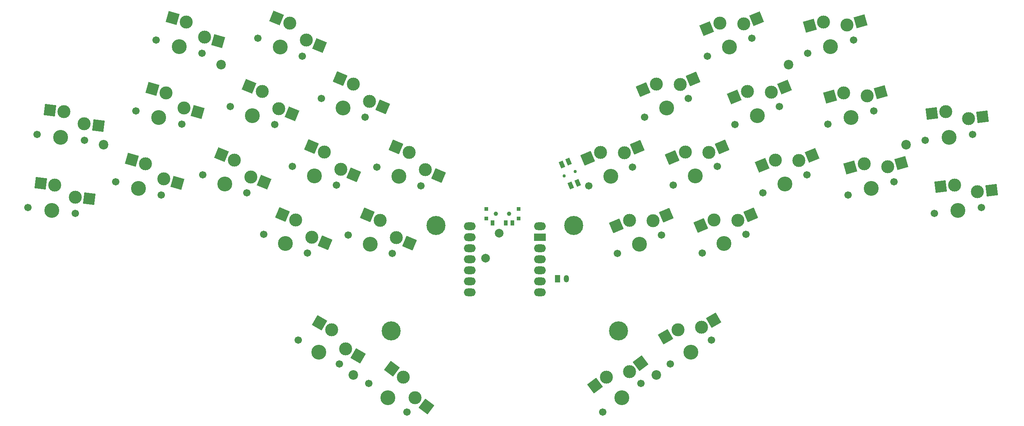
<source format=gbr>
%TF.GenerationSoftware,KiCad,Pcbnew,9.0.4*%
%TF.CreationDate,2025-10-25T14:25:06+08:00*%
%TF.ProjectId,sterna,73746572-6e61-42e6-9b69-6361645f7063,v1.0.0*%
%TF.SameCoordinates,Original*%
%TF.FileFunction,Soldermask,Bot*%
%TF.FilePolarity,Negative*%
%FSLAX46Y46*%
G04 Gerber Fmt 4.6, Leading zero omitted, Abs format (unit mm)*
G04 Created by KiCad (PCBNEW 9.0.4) date 2025-10-25 14:25:06*
%MOMM*%
%LPD*%
G01*
G04 APERTURE LIST*
G04 Aperture macros list*
%AMRotRect*
0 Rectangle, with rotation*
0 The origin of the aperture is its center*
0 $1 length*
0 $2 width*
0 $3 Rotation angle, in degrees counterclockwise*
0 Add horizontal line*
21,1,$1,$2,0,0,$3*%
G04 Aperture macros list end*
%ADD10R,0.900000X0.900000*%
%ADD11C,1.000000*%
%ADD12R,0.900000X1.250000*%
%ADD13C,1.701800*%
%ADD14C,3.000000*%
%ADD15C,3.429000*%
%ADD16RotRect,2.600000X2.600000X37.000000*%
%ADD17O,2.750000X1.800000*%
%ADD18R,2.750000X1.800000*%
%ADD19C,2.000000*%
%ADD20RotRect,2.600000X2.600000X30.000000*%
%ADD21C,4.400000*%
%ADD22C,2.200000*%
%ADD23RotRect,2.600000X2.600000X16.000000*%
%ADD24RotRect,2.600000X2.600000X344.000000*%
%ADD25RotRect,2.600000X2.600000X338.000000*%
%ADD26RotRect,2.600000X2.600000X23.000000*%
%ADD27RotRect,2.600000X2.600000X337.000000*%
%ADD28RotRect,2.600000X2.600000X7.000000*%
%ADD29R,1.200000X1.700000*%
%ADD30O,1.200000X1.700000*%
%ADD31RotRect,2.600000X2.600000X353.000000*%
%ADD32RotRect,2.600000X2.600000X22.000000*%
%ADD33RotRect,2.600000X2.600000X330.000000*%
%ADD34RotRect,2.600000X2.600000X323.000000*%
%ADD35C,0.750000*%
%ADD36RotRect,1.550000X1.000000X113.000000*%
G04 APERTURE END LIST*
D10*
%TO.C,T1*%
X165137528Y-133552132D03*
X165137528Y-135752132D03*
D11*
X167337528Y-134652132D03*
X170337528Y-134652132D03*
D10*
X172537528Y-133552132D03*
X172537528Y-135752132D03*
D12*
X166587528Y-136727132D03*
X169587528Y-136727133D03*
X171087528Y-136727132D03*
%TD*%
D13*
%TO.C,S30*%
X191970239Y-180371442D03*
D14*
X192781935Y-172309578D03*
D15*
X196362734Y-177061459D03*
D14*
X198099105Y-171057501D03*
D13*
X200755229Y-173751476D03*
D16*
X190166403Y-174280523D03*
X200714637Y-169086557D03*
%TD*%
D17*
%TO.C,MCU1*%
X161292529Y-137532132D03*
X161292530Y-140072132D03*
X161292529Y-142612132D03*
X161292529Y-145152132D03*
X161292529Y-147692132D03*
X161292530Y-150232132D03*
X161292529Y-152772132D03*
X177482529Y-152772132D03*
X177482528Y-150232132D03*
X177482529Y-147692132D03*
X177482529Y-145152132D03*
X177482529Y-142612132D03*
D18*
X177482528Y-140072132D03*
D17*
X177482529Y-137532132D03*
D19*
X168117530Y-139120132D03*
X164942529Y-144835132D03*
%TD*%
D13*
%TO.C,S29*%
X207497875Y-169288616D03*
D14*
X209286015Y-161385765D03*
D15*
X212261015Y-166538616D03*
D14*
X214716142Y-160791021D03*
D13*
X217024155Y-163788616D03*
D20*
X206449782Y-163023265D03*
X217552375Y-159153520D03*
%TD*%
D21*
%TO.C,PAD2*%
X185298255Y-137348603D03*
%TD*%
D22*
%TO.C,PAD7*%
X104003111Y-100262244D03*
%TD*%
D13*
%TO.C,S16*%
X248553601Y-130323576D03*
D14*
X252200498Y-123088064D03*
D15*
X253840540Y-128807571D03*
D14*
X257613208Y-123824653D03*
D13*
X259127479Y-127291566D03*
D23*
X249052366Y-123990776D03*
X260761339Y-122921941D03*
%TD*%
D13*
%TO.C,S3*%
X79647578Y-127291566D03*
D14*
X86574559Y-123088063D03*
D15*
X84934517Y-128807571D03*
D14*
X90774466Y-126581025D03*
D13*
X90221456Y-130323576D03*
D24*
X83426427Y-122185352D03*
X93922598Y-127483739D03*
%TD*%
D21*
%TO.C,PAD4*%
X195603788Y-161626917D03*
%TD*%
%TO.C,PAD3*%
X143171271Y-161626918D03*
%TD*%
D13*
%TO.C,S7*%
X106107848Y-109917506D03*
D14*
X113436268Y-106461098D03*
D15*
X111207359Y-111977842D03*
D14*
X117248053Y-110373936D03*
D13*
X116306870Y-114038178D03*
D25*
X110399741Y-105234262D03*
X120284580Y-111600772D03*
%TD*%
D22*
%TO.C,PAD5*%
X134463182Y-171800039D03*
%TD*%
D13*
%TO.C,S23*%
X208227272Y-128023196D03*
D14*
X210965199Y-120397171D03*
D15*
X213290049Y-125874175D03*
D14*
X216427332Y-120468626D03*
D13*
X218352826Y-123725154D03*
D26*
X207950544Y-121676816D03*
X219441985Y-119188982D03*
%TD*%
D13*
%TO.C,S24*%
X201584843Y-112374614D03*
D14*
X204322770Y-104748589D03*
D15*
X206647620Y-110225593D03*
D14*
X209784903Y-104820044D03*
D13*
X211710397Y-108076572D03*
D26*
X201308115Y-106028234D03*
X212799556Y-103540400D03*
%TD*%
D22*
%TO.C,PAD8*%
X234771947Y-100262244D03*
%TD*%
D13*
%TO.C,S10*%
X120422233Y-123725155D03*
D14*
X127809860Y-120397172D03*
D15*
X125485010Y-125874176D03*
D14*
X131552776Y-124375938D03*
D13*
X130547787Y-128023197D03*
D27*
X124795207Y-119117528D03*
X134567429Y-125655583D03*
%TD*%
D13*
%TO.C,S14*%
X268369659Y-134567289D03*
D14*
X273103540Y-127991358D03*
D15*
X273828663Y-133897008D03*
D14*
X278334384Y-129565613D03*
D13*
X279287667Y-133226727D03*
D28*
X269852952Y-128390480D03*
X281584972Y-129166492D03*
%TD*%
D29*
%TO.C,JST1*%
X181537529Y-149652132D03*
D30*
X183537529Y-149652132D03*
%TD*%
D13*
%TO.C,S2*%
X61559171Y-116353445D03*
D14*
X67743298Y-111118076D03*
D15*
X67018175Y-117023726D03*
D14*
X72437917Y-113911026D03*
D13*
X72477179Y-117694007D03*
D31*
X64492710Y-110718954D03*
X75688504Y-114310147D03*
%TD*%
D13*
%TO.C,S4*%
X84333416Y-110950118D03*
D14*
X91260397Y-106746615D03*
D15*
X89620355Y-112466123D03*
D14*
X95460304Y-110239577D03*
D13*
X94907294Y-113982128D03*
D24*
X88112265Y-105843904D03*
X98608436Y-111142291D03*
%TD*%
D13*
%TO.C,S25*%
X195370129Y-143801154D03*
D14*
X198108056Y-136175129D03*
D15*
X200432906Y-141652133D03*
D14*
X203570189Y-136246584D03*
D13*
X205495683Y-139503112D03*
D26*
X195093401Y-137454774D03*
X206584842Y-134966940D03*
%TD*%
D21*
%TO.C,PAD1*%
X153476803Y-137348603D03*
%TD*%
D22*
%TO.C,PAD6*%
X204311877Y-171800037D03*
%TD*%
D13*
%TO.C,S12*%
X133279375Y-139503112D03*
D14*
X140667002Y-136175129D03*
D15*
X138342152Y-141652133D03*
D14*
X144409918Y-140153895D03*
D13*
X143404929Y-143801154D03*
D27*
X137652349Y-134895485D03*
X147424571Y-141433540D03*
%TD*%
D13*
%TO.C,S9*%
X113779805Y-139373737D03*
D14*
X121167432Y-136045754D03*
D15*
X118842582Y-141522758D03*
D14*
X124910348Y-140024520D03*
D13*
X123905359Y-143671779D03*
D27*
X118152779Y-134766110D03*
X127925001Y-141304165D03*
%TD*%
D13*
%TO.C,S15*%
X266297880Y-117694005D03*
D14*
X271031761Y-111118074D03*
D15*
X271756884Y-117023724D03*
D14*
X276262605Y-112692329D03*
D13*
X277215888Y-116353443D03*
D28*
X267781173Y-111517196D03*
X279513193Y-112293208D03*
%TD*%
D13*
%TO.C,S8*%
X112476160Y-94155381D03*
D14*
X119804580Y-90698973D03*
D15*
X117575671Y-96215717D03*
D14*
X123616365Y-94611811D03*
D13*
X122675182Y-98276053D03*
D25*
X116768053Y-89472137D03*
X126652892Y-95838647D03*
%TD*%
D13*
%TO.C,S21*%
X216099878Y-98276053D03*
D14*
X218970480Y-90698973D03*
D15*
X221199389Y-96215717D03*
D14*
X224430534Y-90865746D03*
D13*
X226298900Y-94155381D03*
D32*
X215933953Y-91925810D03*
X227467061Y-89638908D03*
%TD*%
D22*
%TO.C,PAD10*%
X261892359Y-118738692D03*
%TD*%
D13*
%TO.C,S5*%
X89019249Y-94608670D03*
D14*
X95946230Y-90405167D03*
D15*
X94306188Y-96124675D03*
D14*
X100146137Y-93898129D03*
D13*
X99593127Y-97640680D03*
D24*
X92798098Y-89502456D03*
X103294269Y-94800843D03*
%TD*%
D13*
%TO.C,S18*%
X239181930Y-97640679D03*
D14*
X242828827Y-90405167D03*
D15*
X244468869Y-96124674D03*
D14*
X248241537Y-91141756D03*
D13*
X249755808Y-94608669D03*
D23*
X239680695Y-91307879D03*
X251389668Y-90239044D03*
%TD*%
D13*
%TO.C,S20*%
X222468190Y-114038176D03*
D14*
X225338792Y-106461096D03*
D15*
X227567701Y-111977840D03*
D14*
X230798846Y-106627869D03*
D13*
X232667212Y-109917504D03*
D32*
X222302265Y-107687933D03*
X233835373Y-105401031D03*
%TD*%
D13*
%TO.C,S6*%
X99739534Y-125679630D03*
D14*
X107067954Y-122223222D03*
D15*
X104839045Y-127739966D03*
D14*
X110879739Y-126136060D03*
D13*
X109938556Y-129800302D03*
D25*
X104031427Y-120996386D03*
X113916266Y-127362896D03*
%TD*%
D22*
%TO.C,PAD9*%
X76882703Y-118738692D03*
%TD*%
D13*
%TO.C,S13*%
X139921802Y-123854528D03*
D14*
X147309429Y-120526545D03*
D15*
X144984579Y-126003549D03*
D14*
X151052345Y-124505311D03*
D13*
X150047356Y-128152570D03*
D27*
X144294776Y-119246901D03*
X154066998Y-125784956D03*
%TD*%
D13*
%TO.C,S17*%
X243867764Y-113982128D03*
D14*
X247514661Y-106746616D03*
D15*
X249154703Y-112466123D03*
D14*
X252927371Y-107483205D03*
D13*
X254441642Y-110950118D03*
D23*
X244366529Y-107649328D03*
X256075502Y-106580493D03*
%TD*%
D13*
%TO.C,S27*%
X121750902Y-163788617D03*
D14*
X129489042Y-161385766D03*
D15*
X126514042Y-166538617D03*
D14*
X132719170Y-165791021D03*
D13*
X131277182Y-169288617D03*
D33*
X126652809Y-159748266D03*
X135555402Y-167428520D03*
%TD*%
D13*
%TO.C,S11*%
X127064660Y-108076572D03*
D14*
X134452287Y-104748589D03*
D15*
X132127437Y-110225593D03*
D14*
X138195203Y-108727355D03*
D13*
X137190214Y-112374614D03*
D27*
X131437634Y-103468945D03*
X141209856Y-110007000D03*
%TD*%
D13*
%TO.C,S26*%
X188727700Y-128152572D03*
D14*
X191465627Y-120526547D03*
D15*
X193790477Y-126003551D03*
D14*
X196927760Y-120598002D03*
D13*
X198853254Y-123854530D03*
D26*
X188450972Y-121806192D03*
X199942413Y-119318358D03*
%TD*%
D13*
%TO.C,S19*%
X228836501Y-129800302D03*
D14*
X231707103Y-122223222D03*
D15*
X233936012Y-127739966D03*
D14*
X237167157Y-122389995D03*
D13*
X239035523Y-125679630D03*
D32*
X228670576Y-123450059D03*
X240203684Y-121163157D03*
%TD*%
D13*
%TO.C,S22*%
X214869698Y-143671779D03*
D14*
X217607625Y-136045754D03*
D15*
X219932475Y-141522758D03*
D14*
X223069758Y-136117209D03*
D13*
X224995252Y-139373737D03*
D26*
X214592970Y-137325399D03*
X226084411Y-134837565D03*
%TD*%
D13*
%TO.C,S28*%
X138019828Y-173751476D03*
D14*
X145993122Y-172309578D03*
D15*
X142412323Y-177061459D03*
D14*
X148662307Y-177075651D03*
D13*
X146804818Y-180371442D03*
D34*
X143377592Y-170338634D03*
X151277838Y-179046595D03*
%TD*%
D13*
%TO.C,S1*%
X59487390Y-133226728D03*
D14*
X65671517Y-127991359D03*
D15*
X64946394Y-133897009D03*
D14*
X70366136Y-130784309D03*
D13*
X70405398Y-134567290D03*
D31*
X62420929Y-127592237D03*
X73616723Y-131183430D03*
%TD*%
D35*
%TO.C,B1*%
X185617298Y-124855828D03*
X183085910Y-125930336D03*
D36*
X184594845Y-128141529D03*
X182543506Y-123308878D03*
X186159702Y-127477286D03*
X184108363Y-122644635D03*
%TD*%
M02*

</source>
